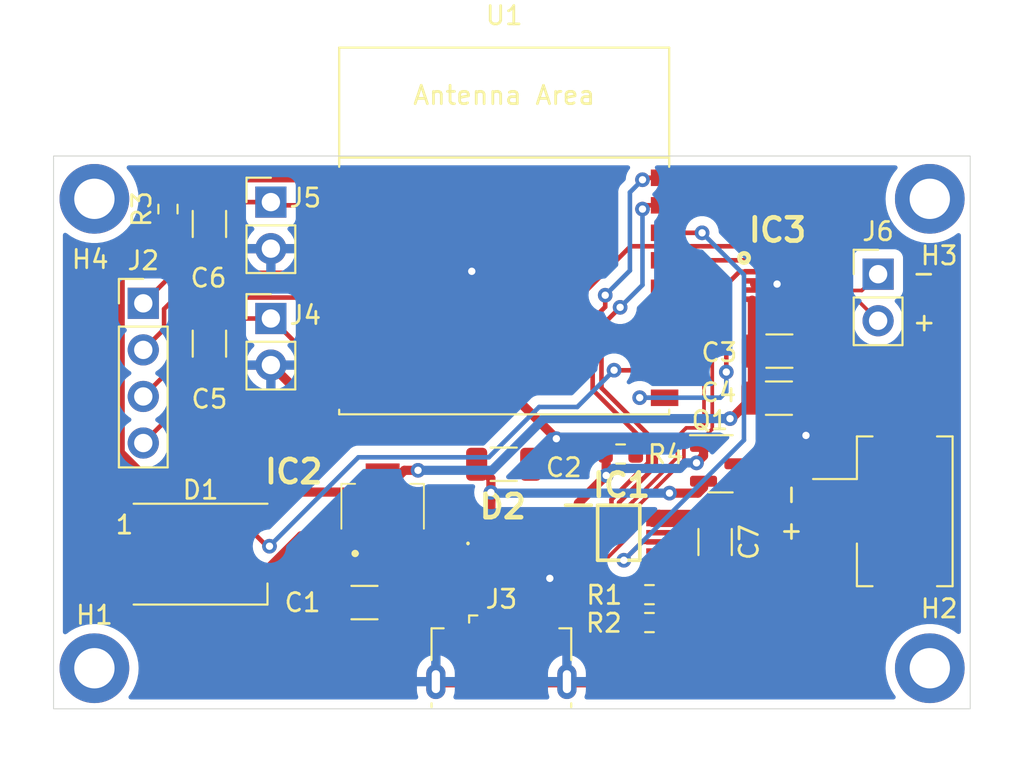
<source format=kicad_pcb>
(kicad_pcb (version 20211014) (generator pcbnew)
  (layers (0 "F.Cu" signal) (31 "B.Cu" signal) (34 "B.Paste" user) (35 "F.Paste" user) (36 "B.SilkS" user "B.Silkscreen") (37 "F.SilkS" user "F.Silkscreen") (38 "B.Mask" user) (39 "F.Mask" user) (44 "Edge.Cuts" user))
  (net 0 "")
  (net 1 "+3V3")
  (net 2 "GND")
  (net 3 "VCC")
  (net 4 "/comm/BOOT")
  (net 5 "/comm/EN")
  (net 6 "/power/VBAT")
  (net 7 "Net-(D1-Pad4)")
  (net 9 "VBUS")
  (net 10 "Net-(IC1-Pad8)")
  (net 11 "/comm/PG")
  (net 12 "Net-(IC1-Pad6)")
  (net 13 "/comm/STAT2")
  (net 14 "/comm/STAT1")
  (net 15 "/audio/BCLK")
  (net 16 "/audio/LRCLK")
  (net 19 "/audio/SPK-")
  (net 20 "/audio/SPK+")
  (net 23 "/audio/DATA")
  (net 24 "/comm/TMS")
  (net 25 "/comm/TDI")
  (net 26 "/comm/TCK")
  (net 27 "/comm/TDO")
  (net 28 "/comm/D-")
  (net 30 "/comm/D+")
  (footprint "MountingHole:MountingHole_2.2mm_M2_DIN965_Pad" (layer "F.Cu") (at 137.795 102.1842)
    (fp_text reference "H3" (at 0.508 3.0988) (layer "F.SilkS"))
    (fp_text value "MountingHole")
    (pad "1" thru_hole circle locked (at 0 0) (size 3.8 3.8) (drill 2.2) (layers *.Cu *.Mask))
  )
  (footprint "Connector_PinHeader_2.54mm:PinHeader_1x02_P2.54mm_Vertical" (layer "F.Cu") (at 101.854 108.712)
    (fp_text reference "J4" (at 1.8796 -0.1778) (layer "F.SilkS"))
    (fp_text value "Conn_01x02")
    (pad "1" thru_hole rect locked (at 0 0) (size 1.7 1.7) (drill 1) (layers *.Cu *.Mask) (net 4 "/comm/BOOT"))
    (pad "2" thru_hole oval locked (at 0 2.54) (size 1.7 1.7) (drill 1) (layers *.Cu *.Mask) (net 2 "GND"))
  )
  (footprint "Capacitor_SMD:C_1206_3216Metric" (layer "F.Cu") (at 106.9594 124.206)
    (fp_text reference "C1" (at -3.3782 0) (layer "F.SilkS"))
    (fp_text value "22uF")
    (pad "1" smd roundrect locked (at -1.475 0) (size 1.15 1.8) (layers "F.Cu" "F.Paste" "F.Mask") (roundrect_rratio 0.217391) (net 1 "+3V3"))
    (pad "2" smd roundrect locked (at 1.475 0) (size 1.15 1.8) (layers "F.Cu" "F.Paste" "F.Mask") (roundrect_rratio 0.217391) (net 2 "GND"))
  )
  (footprint "MountingHole:MountingHole_2.2mm_M2_DIN965_Pad" (layer "F.Cu") (at 92.2274 127.7874)
    (fp_text reference "H1" (at 0 -2.9) (layer "F.SilkS"))
    (fp_text value "MountingHole")
    (pad "1" thru_hole circle locked (at 0 0) (size 3.8 3.8) (drill 2.2) (layers *.Cu *.Mask))
  )
  (footprint "lib:SOP50P490X110-10N" (layer "F.Cu") (at 120.8278 120.396)
    (fp_text reference "IC1" (at 0.1524 -2.5908) (layer "F.SilkS") (effects (font (size 1.27 1.27) (thickness 0.254))))
    (fp_text value "MCP73833-AMI_UN" hide)
    (pad "1" smd rect (at -2.2 -1 90) (size 0.3 1.4) (layers "F.Cu" "F.Paste" "F.Mask") (net 9 "VBUS"))
    (pad "2" smd rect (at -2.2 -0.5 90) (size 0.3 1.4) (layers "F.Cu" "F.Paste" "F.Mask") (net 9 "VBUS"))
    (pad "3" smd rect (at -2.2 0 90) (size 0.3 1.4) (layers "F.Cu" "F.Paste" "F.Mask") (net 14 "/comm/STAT1"))
    (pad "4" smd rect (at -2.2 0.5 90) (size 0.3 1.4) (layers "F.Cu" "F.Paste" "F.Mask") (net 13 "/comm/STAT2"))
    (pad "5" smd rect (at -2.2 1 90) (size 0.3 1.4) (layers "F.Cu" "F.Paste" "F.Mask") (net 2 "GND"))
    (pad "6" smd rect (at 2.2 1 90) (size 0.3 1.4) (layers "F.Cu" "F.Paste" "F.Mask") (net 12 "Net-(IC1-Pad6)"))
    (pad "7" smd rect (at 2.2 0.5 90) (size 0.3 1.4) (layers "F.Cu" "F.Paste" "F.Mask") (net 11 "/comm/PG"))
    (pad "8" smd rect (at 2.2 0 90) (size 0.3 1.4) (layers "F.Cu" "F.Paste" "F.Mask") (net 10 "Net-(IC1-Pad8)"))
    (pad "9" smd rect (at 2.2 -0.5 90) (size 0.3 1.4) (layers "F.Cu" "F.Paste" "F.Mask") (net 6 "/power/VBAT"))
    (pad "10" smd rect (at 2.2 -1 90) (size 0.3 1.4) (layers "F.Cu" "F.Paste" "F.Mask") (net 6 "/power/VBAT"))
  )
  (footprint "lib:QFN50P300X300X80-17N" (layer "F.Cu") (at 129.54 106.9086)
    (fp_text reference "IC3" (at -0.0508 -3.0226) (layer "F.SilkS") (effects (font (size 1.27 1.27) (thickness 0.254))))
    (fp_text value "MAX98357AGTE_V+T" hide)
    (pad "1" smd rect (at -1.45 -0.75 90) (size 0.3 0.85) (layers "F.Cu" "F.Paste" "F.Mask") (net 23 "/audio/DATA"))
    (pad "2" smd rect (at -1.45 -0.25 90) (size 0.3 0.85) (layers "F.Cu" "F.Paste" "F.Mask") (net 2 "GND"))
    (pad "3" smd rect (at -1.45 0.25 90) (size 0.3 0.85) (layers "F.Cu" "F.Paste" "F.Mask") (net 2 "GND"))
    (pad "4" smd rect (at -1.45 0.75 90) (size 0.3 0.85) (layers "F.Cu" "F.Paste" "F.Mask") (net 1 "+3V3"))
    (pad "5" smd rect (at -0.75 1.45) (size 0.3 0.85) (layers "F.Cu" "F.Paste" "F.Mask"))
    (pad "6" smd rect (at -0.25 1.45) (size 0.3 0.85) (layers "F.Cu" "F.Paste" "F.Mask"))
    (pad "7" smd rect (at 0.25 1.45) (size 0.3 0.85) (layers "F.Cu" "F.Paste" "F.Mask") (net 1 "+3V3"))
    (pad "8" smd rect (at 0.75 1.45) (size 0.3 0.85) (layers "F.Cu" "F.Paste" "F.Mask") (net 1 "+3V3"))
    (pad "9" smd rect (at 1.45 0.75 90) (size 0.3 0.85) (layers "F.Cu" "F.Paste" "F.Mask") (net 20 "/audio/SPK+"))
    (pad "10" smd rect (at 1.45 0.25 90) (size 0.3 0.85) (layers "F.Cu" "F.Paste" "F.Mask") (net 19 "/audio/SPK-"))
    (pad "11" smd rect (at 1.45 -0.25 90) (size 0.3 0.85) (layers "F.Cu" "F.Paste" "F.Mask") (net 2 "GND"))
    (pad "12" smd rect (at 1.45 -0.75 90) (size 0.3 0.85) (layers "F.Cu" "F.Paste" "F.Mask"))
    (pad "13" smd rect (at 0.75 -1.45) (size 0.3 0.85) (layers "F.Cu" "F.Paste" "F.Mask"))
    (pad "14" smd rect (at 0.25 -1.45) (size 0.3 0.85) (layers "F.Cu" "F.Paste" "F.Mask") (net 16 "/audio/LRCLK"))
    (pad "15" smd rect (at -0.25 -1.45) (size 0.3 0.85) (layers "F.Cu" "F.Paste" "F.Mask") (net 2 "GND"))
    (pad "16" smd rect (at -0.75 -1.45) (size 0.3 0.85) (layers "F.Cu" "F.Paste" "F.Mask") (net 15 "/audio/BCLK"))
    (pad "17" smd rect (at 0 0) (size 1.25 1.25) (layers "F.Cu" "F.Paste" "F.Mask") (net 2 "GND"))
  )
  (footprint "Espressif:ESP32-C3-WROOM-02" (layer "F.Cu") (at 114.5794 105.1868)
    (fp_text reference "U1" (at 0 -13) (layer "F.SilkS"))
    (fp_text value "ESP32-C3-WROOM-02")
    (fp_text user "Antenna Area" (at 0 -8.65) (layer "F.SilkS"))
    (pad "1" smd rect locked (at -8.75 -4.15) (size 1.5 0.9) (layers "F.Cu" "F.Paste" "F.Mask") (net 1 "+3V3"))
    (pad "2" smd rect locked (at -8.75 -2.65) (size 1.5 0.9) (layers "F.Cu" "F.Paste" "F.Mask") (net 5 "/comm/EN"))
    (pad "3" smd rect locked (at -8.75 -1.15) (size 1.5 0.9) (layers "F.Cu" "F.Paste" "F.Mask") (net 24 "/comm/TMS"))
    (pad "4" smd rect locked (at -8.75 0.35) (size 1.5 0.9) (layers "F.Cu" "F.Paste" "F.Mask") (net 25 "/comm/TDI"))
    (pad "5" smd rect locked (at -8.75 1.85) (size 1.5 0.9) (layers "F.Cu" "F.Paste" "F.Mask") (net 26 "/comm/TCK"))
    (pad "6" smd rect locked (at -8.75 3.35) (size 1.5 0.9) (layers "F.Cu" "F.Paste" "F.Mask") (net 27 "/comm/TDO"))
    (pad "7" smd rect locked (at -8.75 4.85) (size 1.5 0.9) (layers "F.Cu" "F.Paste" "F.Mask") (net 16 "/audio/LRCLK"))
    (pad "8" smd rect locked (at -8.75 6.35) (size 1.5 0.9) (layers "F.Cu" "F.Paste" "F.Mask") (net 4 "/comm/BOOT"))
    (pad "9" smd rect locked (at -8.75 7.85) (size 1.5 0.9) (layers "F.Cu" "F.Paste" "F.Mask") (net 2 "GND"))
    (pad "10" smd rect locked (at 8.75 7.85 180) (size 1.5 0.9) (layers "F.Cu" "F.Paste" "F.Mask") (net 23 "/audio/DATA"))
    (pad "11" smd rect locked (at 8.75 6.35 180) (size 1.5 0.9) (layers "F.Cu" "F.Paste" "F.Mask") (net 7 "Net-(D1-Pad4)"))
    (pad "12" smd rect locked (at 8.75 4.85 180) (size 1.5 0.9) (layers "F.Cu" "F.Paste" "F.Mask"))
    (pad "13" smd rect locked (at 8.75 3.35 180) (size 1.5 0.9) (layers "F.Cu" "F.Paste" "F.Mask") (net 28 "/comm/D-"))
    (pad "14" smd rect locked (at 8.75 1.85 180) (size 1.5 0.9) (layers "F.Cu" "F.Paste" "F.Mask") (net 30 "/comm/D+"))
    (pad "15" smd rect locked (at 8.75 0.35 180) (size 1.5 0.9) (layers "F.Cu" "F.Paste" "F.Mask") (net 15 "/audio/BCLK"))
    (pad "16" smd rect locked (at 8.75 -1.15 180) (size 1.5 0.9) (layers "F.Cu" "F.Paste" "F.Mask") (net 11 "/comm/PG"))
    (pad "17" smd rect locked (at 8.75 -2.65 180) (size 1.5 0.9) (layers "F.Cu" "F.Paste" "F.Mask") (net 13 "/comm/STAT2"))
    (pad "18" smd rect locked (at 8.75 -4.15 180) (size 1.5 0.9) (layers "F.Cu" "F.Paste" "F.Mask") (net 14 "/comm/STAT1"))
    (pad "19" smd rect locked (at 2.06 3.15 180) (size 0.7 0.7) (layers "F.Cu" "F.Paste" "F.Mask") (net 2 "GND"))
    (pad "19" smd rect locked (at 0.91 2.05 180) (size 0.7 0.7) (layers "F.Cu" "F.Paste" "F.Mask") (net 2 "GND"))
    (pad "19" smd rect locked (at 0.91 0.95 180) (size 0.7 0.7) (layers "F.Cu" "F.Paste" "F.Mask") (net 2 "GND"))
    (pad "19" smd rect locked (at -0.14 2.05 180) (size 0.7 0.7) (layers "F.Cu" "F.Paste" "F.Mask") (net 2 "GND"))
    (pad "19" smd rect locked (at 2.06 2.05 180) (size 0.7 0.7) (layers "F.Cu" "F.Paste" "F.Mask") (net 2 "GND"))
    (pad "19" smd rect locked (at 2.06 0.95 180) (size 0.7 0.7) (layers "F.Cu" "F.Paste" "F.Mask") (net 2 "GND"))
    (pad "19" smd rect locked (at 0.91 3.15 180) (size 0.7 0.7) (layers "F.Cu" "F.Paste" "F.Mask") (net 2 "GND"))
    (pad "19" smd rect locked (at -0.14 0.95 180) (size 0.7 0.7) (layers "F.Cu" "F.Paste" "F.Mask") (net 2 "GND"))
    (pad "19" smd rect locked (at -0.14 3.15 180) (size 0.7 0.7) (layers "F.Cu" "F.Paste" "F.Mask") (net 2 "GND"))
  )
  (footprint "MountingHole:MountingHole_2.2mm_M2_DIN965_Pad" (layer "F.Cu") (at 92.2274 102.1842)
    (fp_text reference "H4" (at -0.2286 3.302) (layer "F.SilkS"))
    (fp_text value "MountingHole")
    (pad "1" thru_hole circle locked (at 0 0) (size 3.8 3.8) (drill 2.2) (layers *.Cu *.Mask))
  )
  (footprint "MountingHole:MountingHole_2.2mm_M2_DIN965_Pad" (layer "F.Cu") (at 137.795 127.7874)
    (fp_text reference "H2" (at 0.508 -3.2512) (layer "F.SilkS"))
    (fp_text value "MountingHole")
    (pad "1" thru_hole circle locked (at 0 0) (size 3.8 3.8) (drill 2.2) (layers *.Cu *.Mask))
  )
  (footprint "Resistor_SMD:R_0603_1608Metric" (layer "F.Cu") (at 122.5042 123.7742)
    (fp_text reference "R1" (at -2.4638 0.0254) (layer "F.SilkS"))
    (fp_text value "1K")
    (pad "1" smd roundrect locked (at -0.825 0) (size 0.8 0.95) (layers "F.Cu" "F.Paste" "F.Mask") (net 12 "Net-(IC1-Pad6)"))
    (pad "2" smd roundrect locked (at 0.825 0) (size 0.8 0.95) (layers "F.Cu" "F.Paste" "F.Mask") (net 2 "GND"))
  )
  (footprint "Capacitor_SMD:C_1206_3216Metric" (layer "F.Cu") (at 129.5654 113.0554)
    (fp_text reference "C4" (at -3.302 -0.3048) (layer "F.SilkS"))
    (fp_text value "100nF")
    (pad "1" smd roundrect locked (at -1.475 0) (size 1.15 1.8) (layers "F.Cu" "F.Paste" "F.Mask") (roundrect_rratio 0.217391) (net 1 "+3V3"))
    (pad "2" smd roundrect locked (at 1.475 0) (size 1.15 1.8) (layers "F.Cu" "F.Paste" "F.Mask") (roundrect_rratio 0.217391) (net 2 "GND"))
  )
  (footprint "Connector_PinHeader_2.54mm:PinHeader_1x04_P2.54mm_Vertical" (layer "F.Cu") (at 94.8944 107.8838)
    (fp_text reference "J2" (at 0 -2.33) (layer "F.SilkS"))
    (fp_text value "Conn_01x04")
    (pad "1" thru_hole rect locked (at 0 0) (size 1.7 1.7) (drill 1) (layers *.Cu *.Mask) (net 24 "/comm/TMS"))
    (pad "2" thru_hole oval locked (at 0 2.54) (size 1.7 1.7) (drill 1) (layers *.Cu *.Mask) (net 25 "/comm/TDI"))
    (pad "3" thru_hole oval locked (at 0 5.08) (size 1.7 1.7) (drill 1) (layers *.Cu *.Mask) (net 26 "/comm/TCK"))
    (pad "4" thru_hole oval locked (at 0 7.62) (size 1.7 1.7) (drill 1) (layers *.Cu *.Mask) (net 27 "/comm/TDO"))
  )
  (footprint "Package_TO_SOT_SMD:SOT-23" (layer "F.Cu") (at 126.3904 116.6368)
    (fp_text reference "Q1" (at -0.5842 -2.3622) (layer "F.SilkS"))
    (fp_text value "DMG2301L")
    (pad "1" smd roundrect locked (at -0.9375 -0.95) (size 1.475 0.6) (layers "F.Cu" "F.Paste" "F.Mask") (net 9 "VBUS"))
    (pad "2" smd roundrect locked (at -0.9375 0.95) (size 1.475 0.6) (layers "F.Cu" "F.Paste" "F.Mask") (net 3 "VCC"))
    (pad "3" smd roundrect locked (at 0.9375 0) (size 1.475 0.6) (layers "F.Cu" "F.Paste" "F.Mask") (net 6 "/power/VBAT"))
  )
  (footprint "Resistor_SMD:R_0603_1608Metric" (layer "F.Cu") (at 120.9294 116.1034)
    (fp_text reference "R4" (at 2.4638 0.0254) (layer "F.SilkS"))
    (fp_text value "10K")
    (pad "1" smd roundrect locked (at -0.825 0) (size 0.8 0.95) (layers "F.Cu" "F.Paste" "F.Mask") (net 9 "VBUS"))
    (pad "2" smd roundrect locked (at 0.825 0) (size 0.8 0.95) (layers "F.Cu" "F.Paste" "F.Mask") (net 2 "GND"))
  )
  (footprint "Capacitor_SMD:C_1206_3216Metric" (layer "F.Cu") (at 114.554 116.6622)
    (fp_text reference "C2" (at 3.2766 0.1778) (layer "F.SilkS"))
    (fp_text value "10uF")
    (pad "1" smd roundrect locked (at -1.475 0) (size 1.15 1.8) (layers "F.Cu" "F.Paste" "F.Mask") (roundrect_rratio 0.217391) (net 3 "VCC"))
    (pad "2" smd roundrect locked (at 1.475 0) (size 1.15 1.8) (layers "F.Cu" "F.Paste" "F.Mask") (roundrect_rratio 0.217391) (net 2 "GND"))
  )
  (footprint "Resistor_SMD:R_0603_1608Metric" (layer "F.Cu") (at 122.5042 125.2982)
    (fp_text reference "R2" (at -2.4892 0.0254) (layer "F.SilkS"))
    (fp_text value "10K")
    (pad "1" smd roundrect locked (at -0.825 0) (size 0.8 0.95) (layers "F.Cu" "F.Paste" "F.Mask") (net 10 "Net-(IC1-Pad8)"))
    (pad "2" smd roundrect locked (at 0.825 0) (size 0.8 0.95) (layers "F.Cu" "F.Paste" "F.Mask") (net 2 "GND"))
  )
  (footprint "Capacitor_SMD:C_1206_3216Metric" (layer "F.Cu") (at 98.5012 103.5558 -90)
    (fp_text reference "C6" (at 2.9464 0.0508) (layer "F.SilkS"))
    (fp_text value "1uF")
    (pad "1" smd roundrect locked (at -1.475 0 270) (size 1.15 1.8) (layers "F.Cu" "F.Paste" "F.Mask") (roundrect_rratio 0.217391) (net 5 "/comm/EN"))
    (pad "2" smd roundrect locked (at 1.475 0 270) (size 1.15 1.8) (layers "F.Cu" "F.Paste" "F.Mask") (roundrect_rratio 0.217391) (net 2 "GND"))
  )
  (footprint "Connector_JST:JST_PH_B2B-PH-SM4-TB_1x02-1MP_P2.00mm_Vertical" (layer "F.Cu") (at 134.6788 119.2276 -90)
    (fp_text reference "+ -" (at 0.1016 4.5038 90) (layer "F.SilkS"))
    (fp_text value "Conn_01x02_Male")
    (pad "1" smd roundrect locked (at -1 0.5 270) (size 1 5.5) (layers "F.Cu" "F.Paste" "F.Mask") (net 2 "GND"))
    (pad "2" smd roundrect locked (at 1 0.5 270) (size 1 5.5) (layers "F.Cu" "F.Paste" "F.Mask") (net 6 "/power/VBAT"))
    (pad "MP" smd roundrect locked (at 3.4 -1.75 270) (size 1.6 3) (layers "F.Cu" "F.Paste" "F.Mask") (roundrect_rratio 0.15625))
    (pad "MP" smd roundrect locked (at -3.4 -1.75 270) (size 1.6 3) (layers "F.Cu" "F.Paste" "F.Mask") (roundrect_rratio 0.15625))
  )
  (footprint "Connector_PinHeader_2.54mm:PinHeader_1x02_P2.54mm_Vertical" (layer "F.Cu") (at 134.9756 106.294)
    (fp_text reference "J6" (at 0 -2.33) (layer "F.SilkS"))
    (fp_text value "Conn_01x02")
    (pad "1" thru_hole rect locked (at 0 0) (size 1.7 1.7) (drill 1) (layers *.Cu *.Mask) (net 19 "/audio/SPK-"))
    (pad "2" thru_hole oval locked (at 0 2.54) (size 1.7 1.7) (drill 1) (layers *.Cu *.Mask) (net 20 "/audio/SPK+"))
  )
  (footprint "Resistor_SMD:R_0603_1608Metric" (layer "F.Cu") (at 96.2406 102.743 90)
    (fp_text reference "R3" (at 0 -1.43 90) (layer "F.SilkS"))
    (fp_text value "10k")
    (pad "1" smd roundrect locked (at -0.825 0 90) (size 0.8 0.95) (layers "F.Cu" "F.Paste" "F.Mask") (net 1 "+3V3"))
    (pad "2" smd roundrect locked (at 0.825 0 90) (size 0.8 0.95) (layers "F.Cu" "F.Paste" "F.Mask") (net 5 "/comm/EN"))
  )
  (footprint "LED_SMD:LED_WS2812B_PLCC4_5.0x5.0mm_P3.2mm" (layer "F.Cu") (at 98.0186 121.5644)
    (fp_text reference "D1" (at 0 -3.5) (layer "F.SilkS"))
    (fp_text value "WS2812B")
    (fp_text user "1" (at -4.15 -1.6) (layer "F.SilkS"))
    (pad "1" smd rect locked (at -2.45 -1.6) (size 1.5 1) (layers "F.Cu" "F.Paste" "F.Mask") (net 1 "+3V3"))
    (pad "2" smd rect locked (at -2.45 1.6) (size 1.5 1) (layers "F.Cu" "F.Paste" "F.Mask"))
    (pad "3" smd rect locked (at 2.45 1.6) (size 1.5 1) (layers "F.Cu" "F.Paste" "F.Mask") (net 2 "GND"))
    (pad "4" smd rect locked (at 2.45 -1.6) (size 1.5 1) (layers "F.Cu" "F.Paste" "F.Mask") (net 7 "Net-(D1-Pad4)"))
  )
  (footprint "Capacitor_SMD:C_1206_3216Metric" (layer "F.Cu") (at 129.5908 110.49)
    (fp_text reference "C3" (at -3.2766 0.0762) (layer "F.SilkS"))
    (fp_text value "10uF")
    (pad "1" smd roundrect locked (at -1.475 0) (size 1.15 1.8) (layers "F.Cu" "F.Paste" "F.Mask") (roundrect_rratio 0.217391) (net 1 "+3V3"))
    (pad "2" smd roundrect locked (at 1.475 0) (size 1.15 1.8) (layers "F.Cu" "F.Paste" "F.Mask") (roundrect_rratio 0.217391) (net 2 "GND"))
  )
  (footprint "lib:AZ1117CR33TRG1" (layer "F.Cu") (at 107.95 117.729)
    (fp_text reference "IC2" (at -4.8514 -0.6604) (layer "F.SilkS") (effects (font (size 1.27 1.27) (thickness 0.254))))
    (fp_text value "AZ1117CR-3.3TRG1" hide)
    (pad "1" smd rect (at -1.5 2.838) (size 0.55 1.3) (layers "F.Cu" "F.Paste" "F.Mask") (net 2 "GND"))
    (pad "2" smd rect (at 0 2.75) (size 0.8 1.475) (layers "F.Cu" "F.Paste" "F.Mask") (net 1 "+3V3"))
    (pad "3" smd rect (at 1.5 2.838) (size 0.55 1.3) (layers "F.Cu" "F.Paste" "F.Mask") (net 3 "VCC"))
    (pad "4" smd rect (at 0 0.45) (size 1.85 3.125) (layers "F.Cu" "F.Paste" "F.Mask") (net 1 "+3V3"))
  )
  (footprint "Connector_PinHeader_2.54mm:PinHeader_1x02_P2.54mm_Vertical" (layer "F.Cu") (at 101.854 102.362)
    (fp_text reference "J5" (at 1.8796 -0.2286) (layer "F.SilkS"))
    (fp_text value "Conn_01x02")
    (pad "1" thru_hole rect locked (at 0 0) (size 1.7 1.7) (drill 1) (layers *.Cu *.Mask) (net 5 "/comm/EN"))
    (pad "2" thru_hole oval locked (at 0 2.54) (size 1.7 1.7) (drill 1) (layers *.Cu *.Mask) (net 2 "GND"))
  )
  (footprint "Capacitor_SMD:C_1206_3216Metric" (layer "F.Cu") (at 98.5012 110.0836 -90)
    (fp_text reference "C5" (at 3.0226 0) (layer "F.SilkS"))
    (fp_text value "0.1uF")
    (pad "1" smd roundrect locked (at -1.475 0 270) (size 1.15 1.8) (layers "F.Cu" "F.Paste" "F.Mask") (roundrect_rratio 0.217391) (net 4 "/comm/BOOT"))
    (pad "2" smd roundrect locked (at 1.475 0 270) (size 1.15 1.8) (layers "F.Cu" "F.Paste" "F.Mask") (roundrect_rratio 0.217391) (net 2 "GND"))
  )
  (footprint "Connector_USB:USB_Micro-B_GCT_USB3076-30-A" (layer "F.Cu") (at 114.427 127.3192)
    (fp_text reference "J3" (at 0 -3.3) (layer "F.SilkS"))
    (fp_text value "USB_B_Micro")
    (pad "1" smd rect locked (at -1.3 -1.45) (size 0.4 1.4) (layers "F.Cu" "F.Paste" "F.Mask") (net 9 "VBUS"))
    (pad "2" smd rect locked (at -0.65 -1.45) (size 0.4 1.4) (layers "F.Cu" "F.Paste" "F.Mask") (net 28 "/comm/D-"))
    (pad "3" smd rect locked (at 0 -1.45) (size 0.4 1.4) (layers "F.Cu" "F.Paste" "F.Mask") (net 30 "/comm/D+"))
    (pad "4" smd rect locked (at 0.65 -1.45) (size 0.4 1.4) (layers "F.Cu" "F.Paste" "F.Mask"))
    (pad "5" smd rect locked (at 1.3 -1.45) (size 0.4 1.4) (layers "F.Cu" "F.Paste" "F.Mask") (net 2 "GND"))
    (pad "6" thru_hole oval locked (at -3.575 1.2 180) (size 1.05 1.9) (drill oval 0.45 1.25) (layers *.Cu *.Mask) (net 2 "GND"))
    (pad "6" smd rect locked (at 2.32 -1.03) (size 1.15 1.45) (layers "F.Cu" "F.Paste" "F.Mask") (net 2 "GND"))
    (pad "6" thru_hole oval locked (at 3.575 1.2) (size 1.05 1.9) (drill oval 0.45 1.25) (layers *.Cu *.Mask) (net 2 "GND"))
    (pad "6" smd rect locked (at 1.125 1.2) (size 1.75 1.9) (layers "F.Cu" "F.Paste" "F.Mask") (net 2 "GND"))
    (pad "6" smd rect locked (at -1.125 1.2) (size 1.75 1.9) (layers "F.Cu" "F.Paste" "F.Mask") (net 2 "GND"))
    (pad "6" smd rect locked (at -2.32 -1.03) (size 1.15 1.45) (layers "F.Cu" "F.Paste" "F.Mask") (net 2 "GND"))
  )
  (footprint "Capacitor_SMD:C_1206_3216Metric" (layer "F.Cu") (at 126.0856 120.904 -90)
    (fp_text reference "C7" (at 0 -1.85 90) (layer "F.SilkS"))
    (fp_text value "4.7uF")
    (pad "1" smd roundrect locked (at -1.475 0 270) (size 1.15 1.8) (layers "F.Cu" "F.Paste" "F.Mask") (roundrect_rratio 0.217391) (net 6 "/power/VBAT"))
    (pad "2" smd roundrect locked (at 1.475 0 270) (size 1.15 1.8) (layers "F.Cu" "F.Paste" "F.Mask") (roundrect_rratio 0.217391) (net 2 "GND"))
  )
  (footprint "lib:PD3S230H7" (layer "F.Cu") (at 114.6556 120.9802)
    (fp_text reference "D2" (at -0.1524 -2.0066) (layer "F.SilkS") (effects (font (size 1.27 1.27) (thickness 0.254))))
    (fp_text value "PD3S230H-7" hide)
    (pad "1" smd rect (at -0.8 0 90) (size 1.1 2) (layers "F.Cu" "F.Paste" "F.Mask") (net 3 "VCC"))
    (pad "2" smd rect (at 1.1 0 90) (size 0.8 0.8) (layers "F.Cu" "F.Paste" "F.Mask") (net 9 "VBUS"))
  )
  (gr_rect (start 90 99.8476) (end 140 130) (layer "Edge.Cuts") (width 0.05) (fill none))
  (gr_text "-" (at 137.4648 106.2228) (layer "F.SilkS") (effects (font (size 1 1))))
  (gr_text "+" (at 137.4902 108.8898) (layer "F.SilkS") (effects (font (size 1 1))))
  (segment (start 95.788381 118.179) (end 93.634889 116.025508) (width 0.5) (layer "F.Cu") (net 1))
  (segment (start 128.1158 113.03) (end 128.0904 113.0554) (width 0.5) (layer "F.Cu") (net 1))
  (segment (start 95.5686 118.398781) (end 95.5686 119.9644) (width 0.5) (layer "F.Cu") (net 1))
  (segment (start 93.634889 106.173711) (end 96.2406 103.568) (width 0.5) (layer "F.Cu") (net 1))
  (segment (start 95.788381 118.179) (end 95.5686 118.398781) (width 0.5) (layer "F.Cu") (net 1))
  (segment (start 129.849511 109.193111) (end 129.849511 108.3586) (width 0.5) (layer "F.Cu") (net 1))
  (segment (start 105.8294 101.0368) (end 95.784809 101.0368) (width 0.5) (layer "F.Cu") (net 1))
  (segment (start 109.1366 116.9924) (end 107.95 118.179) (width 0.5) (layer "F.Cu") (net 1))
  (segment (start 107.95 121.7404) (end 105.4844 124.206) (width 0.5) (layer "F.Cu") (net 1))
  (segment (start 95.35608 102.68348) (end 96.2406 103.568) (width 0.5) (layer "F.Cu") (net 1))
  (segment (start 128.1158 107.718111) (end 128.09 107.718111) (width 0.5) (layer "F.Cu") (net 1))
  (segment (start 128.1158 110.49) (end 128.1158 113.03) (width 0.5) (layer "F.Cu") (net 1))
  (segment (start 130.29 108.752622) (end 128.552622 110.49) (width 0.5) (layer "F.Cu") (net 1))
  (segment (start 128.0904 113.0554) (end 128.0904 113.0563) (width 0.5) (layer "F.Cu") (net 1))
  (segment (start 130.29 108.3586) (end 130.29 108.752622) (width 0.5) (layer "F.Cu") (net 1))
  (segment (start 109.8804 116.9924) (end 109.1366 116.9924) (width 0.5) (layer "F.Cu") (net 1))
  (segment (start 128.552622 110.49) (end 129.849511 109.193111) (width 0.5) (layer "F.Cu") (net 1))
  (segment (start 95.35608 101.465529) (end 95.35608 102.68348) (width 0.5) (layer "F.Cu") (net 1))
  (segment (start 93.634889 116.025508) (end 93.634889 106.173711) (width 0.5) (layer "F.Cu") (net 1))
  (segment (start 128.0904 113.0563) (end 126.9746 114.1721) (width 0.5) (layer "F.Cu") (net 1))
  (segment (start 128.1158 110.49) (end 128.1158 107.718111) (width 0.5) (layer "F.Cu") (net 1))
  (segment (start 107.95 120.479) (end 107.95 121.7404) (width 0.5) (layer "F.Cu") (net 1))
  (segment (start 130.29 108.3586) (end 129.849511 108.3586) (width 0.5) (layer "F.Cu") (net 1))
  (segment (start 126.9737 114.1721) (end 126.9492 114.1966) (width 0.5) (layer "F.Cu") (net 1))
  (segment (start 128.552622 110.49) (end 128.1158 110.49) (width 0.5) (layer "F.Cu") (net 1))
  (segment (start 95.784809 101.0368) (end 95.35608 101.465529) (width 0.5) (layer "F.Cu") (net 1))
  (segment (start 107.95 118.179) (end 95.788381 118.179) (width 0.5) (layer "F.Cu") (net 1))
  (via (at 126.8984 114.173) (size 0.8) (drill 0.4) (layers "F.Cu" "B.Cu") (net 1))
  (via (at 109.8804 116.9924) (size 0.8) (drill 0.4) (layers "F.Cu" "B.Cu") (net 1))
  (segment (start 113.917177 116.9924) (end 109.8804 116.9924) (width 0.5) (layer "B.Cu") (net 1))
  (segment (start 116.737477 114.1721) (end 113.917177 116.9924) (width 0.5) (layer "B.Cu") (net 1))
  (segment (start 126.9737 114.1721) (end 116.737477 114.1721) (width 0.5) (layer "B.Cu") (net 1))
  (segment (start 129.29 105.4586) (end 129.29 106.6586) (width 0.35) (layer "F.Cu") (net 2))
  (segment (start 123.3292 125.2982) (end 120.0464 128.581) (width 0.5) (layer "F.Cu") (net 2))
  (segment (start 112.107 126.351) (end 112.107 127.386) (width 0.5) (layer "F.Cu") (net 2))
  (segment (start 114.4394 108.3368) (end 115.4894 108.3368) (width 0.5) (layer "F.Cu") (net 2))
  (segment (start 117.0686 122.8852) (end 118.498289 121.455511) (width 0.5) (layer "F.Cu") (net 2))
  (segment (start 107.0628 125.5776) (end 102.8818 125.5776) (width 0.5) (layer "F.Cu") (net 2))
  (segment (start 115.727 125.931) (end 116.327 125.931) (width 0.5) (layer "F.Cu") (net 2))
  (segment (start 118.002 128.581) (end 115.552 128.581) (width 0.5) (layer "F.Cu") (net 2))
  (segment (start 101.8794 111.252) (end 98.8078 111.252) (width 0.5) (layer "F.Cu") (net 2))
  (segment (start 121.7544 116.1034) (end 120.86988 115.21888) (width 0.5) (layer "F.Cu") (net 2))
  (segment (start 126.0856 122.379) (end 124.7244 122.379) (width 0.5) (layer "F.Cu") (net 2))
  (segment (start 129.6376 106.6586) (end 130.99 106.6586) (width 0.35) (layer "F.Cu") (net 2))
  (segment (start 117.47232 115.21888) (end 117.4251 115.2661) (width 0.5) (layer "F.Cu") (net 2))
  (segment (start 128.3208 106.9086) (end 129.54 106.9086) (width 0.5) (layer "F.Cu") (net 2))
  (segment (start 116.327 125.931) (end 116.747 126.351) (width 0.5) (layer "F.Cu") (net 2))
  (segment (start 116.6394 107.2368) (end 116.6394 108.3368) (width 0.5) (layer "F.Cu") (net 2))
  (segment (start 134.1788 118.2276) (end 131.0404 115.0892) (width 0.5) (layer "F.Cu") (net 2))
  (segment (start 116.747 127.386) (end 115.552 128.581) (width 0.5) (layer "F.Cu") (net 2))
  (segment (start 123.3292 123.7742) (end 123.3292 125.2982) (width 0.5) (layer "F.Cu") (net 2))
  (segment (start 116.6394 106.1368) (end 116.6394 107.2368) (width 0.5) (layer "F.Cu") (net 2))
  (segment (start 105.8294 113.0368) (end 103.6642 113.0368) (width 0.5) (layer "F.Cu") (net 2))
  (segment (start 129.29 106.6586) (end 129.4638 106.8324) (width 0.35) (layer "F.Cu") (net 2))
  (segment (start 98.8078 111.252) (end 98.5012 111.5586) (width 0.5) (layer "F.Cu") (net 2))
  (segment (start 100.9004 123.1644) (end 103.4978 120.567) (width 0.5) (layer "F.Cu") (net 2))
  (segment (start 100.4686 123.1644) (end 100.9004 123.1644) (width 0.5) (layer "F.Cu") (net 2))
  (segment (start 102.8818 125.5776) (end 100.4686 123.1644) (width 0.5) (layer "F.Cu") (net 2))
  (segment (start 120.0464 128.581) (end 118.002 128.581) (width 0.5) (layer "F.Cu") (net 2))
  (segment (start 117.4251 115.2661) (end 116.029 116.6622) (width 0.5) (layer "F.Cu") (net 2))
  (segment (start 131.0658 113.03) (end 131.0404 113.0554) (width 0.5) (layer "F.Cu") (net 2))
  (segment (start 114.4394 106.1368) (end 115.4894 106.1368) (width 0.5) (layer "F.Cu") (net 2))
  (segment (start 124.7244 122.379) (end 123.3292 123.7742) (width 0.5) (layer "F.Cu") (net 2))
  (segment (start 128.2446 106.8324) (end 128.3208 106.9086) (width 0.5) (layer "F.Cu") (net 2))
  (segment (start 103.6642 113.0368) (end 101.8794 111.252) (width 0.5) (layer "F.Cu") (net 2))
  (segment (start 109.962 124.206) (end 112.107 126.351) (width 0.5) (layer "F.Cu") (net 2))
  (segment (start 116.747 126.351) (end 116.747 127.386) (width 0.5) (layer "F.Cu") (net 2))
  (segment (start 131.0404 115.0892) (end 131.0404 113.0554) (width 0.5) (layer "F.Cu") (net 2))
  (segment (start 120.86988 115.21888) (end 117.47232 115.21888) (width 0.5) (layer "F.Cu") (net 2))
  (segment (start 115.4894 107.2368) (end 114.4394 107.2368) (width 0.5) (layer "F.Cu") (net 2))
  (segment (start 117.4251 115.2661) (end 115.1958 113.0368) (width 0.5) (layer "F.Cu") (net 2))
  (segment (start 101.854 104.902) (end 98.63 104.902) (width 0.5) (layer "F.Cu") (net 2))
  (segment (start 129.4638 106.8324) (end 129.6376 106.6586) (width 0.35) (layer "F.Cu") (net 2))
  (segment (start 115.4894 106.1368) (end 116.6394 106.1368) (width 0.5) (layer "F.Cu") (net 2))
  (segment (start 115.1958 113.0368) (end 105.8294 113.0368) (width 0.5) (layer "F.Cu") (net 2))
  (segment (start 118.498289 121.455511) (end 118.6278 121.455511) (width 0.5) (layer "F.Cu") (net 2))
  (segment (start 112.107 127.386) (end 113.302 128.581) (width 0.5) (layer "F.Cu") (net 2))
  (segment (start 110.852 128.581) (end 113.302 128.581) (width 0.5) (layer "F.Cu") (net 2))
  (segment (start 114.4394 107.2368) (end 114.4394 108.3368) (width 0.5) (layer "F.Cu") (net 2))
  (segment (start 131.0658 110.49) (end 131.0658 113.03) (width 0.5) (layer "F.Cu") (net 2))
  (segment (start 108.4344 124.206) (end 107.0628 125.5776) (width 0.5) (layer "F.Cu") (net 2))
  (segment (start 114.4394 106.1368) (end 112.8112 106.1368) (width 0.5) (layer "F.Cu") (net 2))
  (segment (start 129.4638 106.8324) (end 128.2446 106.8324) (width 0.5) (layer "F.Cu") (net 2))
  (segment (start 116.6394 108.3368) (end 115.4894 108.3368) (width 0.5) (layer "F.Cu") (net 2))
  (segment (start 106.45 120.567) (end 103.4978 120.567) (width 0.5) (layer "F.Cu") (net 2))
  (segment (start 108.4344 124.206) (end 109.962 124.206) (width 0.5) (layer "F.Cu") (net 2))
  (segment (start 98.63 104.902) (end 98.5012 105.0308) (width 0.5) (layer "F.Cu") (net 2))
  (via (at 129.4638 106.8324) (size 0.8) (drill 0.4) (layers "F.Cu" "B.Cu") (net 2))
  (via (at 117.0686 122.8852) (size 0.8) (drill 0.4) (layers "F.Cu" "B.Cu") (net 2))
  (via (at 117.4251 115.2661) (size 0.8) (drill 0.4) (layers "F.Cu" "B.Cu") (net 2))
  (via (at 112.8112 106.1368) (size 0.8) (drill 0.4) (layers "F.Cu" "B.Cu") (net 2))
  (via (at 131.0404 115.0892) (size 0.8) (drill 0.4) (layers "F.Cu" "B.Cu") (net 2))
  (segment (start 113.8556 117.4388) (end 113.079 116.6622) (width 0.5) (layer "F.Cu") (net 3))
  (segment (start 113.8556 120.9802) (end 113.8556 118.1988) (width 0.5) (layer "F.Cu") (net 3))
  (segment (start 113.8556 120.9802) (end 109.8632 120.9802) (width 0.5) (layer "F.Cu") (net 3))
  (segment (start 125.4529 117.5868) (end 125.4529 117.9299) (width 0.5) (layer "F.Cu") (net 3))
  (segment (start 125.1458 118.237) (end 123.5964 118.237) (width 0.5) (layer "F.Cu") (net 3))
  (segment (start 125.4529 117.9299) (end 125.1458 118.237) (width 0.5) (layer "F.Cu") (net 3))
  (segment (start 113.8556 118.1988) (end 113.8556 117.4388) (width 0.5) (layer "F.Cu") (net 3))
  (segment (start 109.8632 120.9802) (end 109.45 120.567) (width 0.5) (layer "F.Cu") (net 3))
  (via (at 113.8556 118.1988) (size 0.8) (drill 0.4) (layers "F.Cu" "B.Cu") (net 3))
  (via (at 123.5964 118.237) (size 0.8) (drill 0.4) (layers "F.Cu" "B.Cu") (net 3))
  (segment (start 123.5964 118.237) (end 113.919 118.237) (width 0.5) (layer "B.Cu") (net 3))
  (segment (start 101.8794 108.712) (end 104.7042 111.5368) (width 0.25) (layer "F.Cu") (net 4))
  (segment (start 104.7042 111.5368) (end 105.8294 111.5368) (width 0.25) (layer "F.Cu") (net 4))
  (segment (start 98.6046 108.712) (end 101.8794 108.712) (width 0.25) (layer "F.Cu") (net 4))
  (segment (start 98.5012 108.6086) (end 98.6046 108.712) (width 0.25) (layer "F.Cu") (net 4))
  (segment (start 98.3384 101.918) (end 98.5012 102.0808) (width 0.25) (layer "F.Cu") (net 5))
  (segment (start 98.7824 102.362) (end 101.854 102.362) (width 0.25) (layer "F.Cu") (net 5))
  (segment (start 105.8294 102.5368) (end 102.0288 102.5368) (width 0.25) (layer "F.Cu") (net 5))
  (segment (start 102.0288 102.5368) (end 101.854 102.362) (width 0.25) (layer "F.Cu") (net 5))
  (segment (start 98.5012 102.0808) (end 98.7824 102.362) (width 0.25) (layer "F.Cu") (net 5))
  (segment (start 96.2406 101.918) (end 98.3384 101.918) (width 0.25) (layer "F.Cu") (net 5))
  (segment (start 127.3279 116.6368) (end 127.3279 118.1867) (width 0.5) (layer "F.Cu") (net 6))
  (segment (start 126.8842 120.2276) (end 126.0856 119.429) (width 0.5) (layer "F.Cu") (net 6))
  (segment (start 122.577809 119.458791) (end 122.577809 119.7356) (width 0.5) (layer "F.Cu") (net 6))
  (segment (start 122.678698 119.836489) (end 123.0278 119.836489) (width 0.5) (layer "F.Cu") (net 6))
  (segment (start 134.1788 120.2276) (end 126.8842 120.2276) (width 0.5) (layer "F.Cu") (net 6))
  (segment (start 123.0278 119.396) (end 122.6406 119.396) (width 0.5) (layer "F.Cu") (net 6))
  (segment (start 123.0278 119.396) (end 126.0526 119.396) (width 0.5) (layer "F.Cu") (net 6))
  (segment (start 126.0856 119.429) (end 125.678111 119.836489) (width 0.5) (layer "F.Cu") (net 6))
  (segment (start 126.0526 119.396) (end 126.0856 119.429) (width 0.5) (layer "F.Cu") (net 6))
  (segment (start 127.3279 118.1867) (end 126.0856 119.429) (width 0.5) (layer "F.Cu") (net 6))
  (segment (start 122.577809 119.7356) (end 122.678698 119.836489) (width 0.5) (layer "F.Cu") (net 6))
  (segment (start 122.6406 119.396) (end 122.577809 119.458791) (width 0.5) (layer "F.Cu") (net 6))
  (segment (start 125.678111 119.836489) (end 123.0278 119.836489) (width 0.5) (layer "F.Cu") (net 6))
  (segment (start 123.0278 119.396) (end 123.0278 119.836489) (width 0.5) (layer "F.Cu") (net 6))
  (segment (start 101.7778 121.1326) (end 101.6368 121.1326) (width 0.25) (layer "F.Cu") (net 7))
  (segment (start 120.5792 111.5368) (end 120.5738 111.5314) (width 0.25) (layer "F.Cu") (net 7))
  (segment (start 123.3294 111.5368) (end 120.5792 111.5368) (width 0.25) (layer "F.Cu") (net 7))
  (segment (start 101.6368 121.1326) (end 100.4686 119.9644) (width 0.25) (layer "F.Cu") (net 7))
  (via (at 120.5738 111.5314) (size 0.8) (drill 0.4) (layers "F.Cu" "B.Cu") (net 7))
  (via (at 101.7778 121.1326) (size 0.8) (drill 0.4) (layers "F.Cu" "B.Cu") (net 7))
  (segment (start 116.4844 113.538) (end 113.7412 116.2812) (width 0.25) (layer "B.Cu") (net 7))
  (segment (start 113.7412 116.2812) (end 106.6292 116.2812) (width 0.25) (layer "B.Cu") (net 7))
  (segment (start 118.5672 113.538) (end 120.5738 111.5314) (width 0.25) (layer "B.Cu") (net 7))
  (segment (start 106.6292 116.2812) (end 101.7778 121.1326) (width 0.25) (layer "B.Cu") (net 7))
  (segment (start 116.4844 113.538) (end 118.5672 113.538) (width 0.25) (layer "B.Cu") (net 7))
  (segment (start 119.1166 119.396) (end 119.1166 119.4072) (width 0.5) (layer "F.Cu") (net 9))
  (segment (start 118.6278 119.396) (end 118.6278 118.786) (width 0.5) (layer "F.Cu") (net 9))
  (segment (start 113.127 123.982) (end 115.7224 121.3866) (width 0.5) (layer "F.Cu") (net 9))
  (segment (start 118.6278 118.786) (end 120.142 117.2718) (width 0.5) (layer "F.Cu") (net 9))
  (segment (start 120.142 117.2718) (end 120.142 116.141) (width 0.5) (layer "F.Cu") (net 9))
  (segment (start 120.142 116.141) (end 120.1044 116.1034) (width 0.5) (layer "F.Cu") (net 9))
  (segment (start 119.1166 119.4072) (end 118.687311 119.836489) (width 0.5) (layer "F.Cu") (net 9))
  (segment (start 118.6278 119.396) (end 117.3398 119.396) (width 0.5) (layer "F.Cu") (net 9))
  (segment (start 118.687311 119.836489) (end 116.899311 119.836489) (width 0.5) (layer "F.Cu") (net 9))
  (segment (start 125.4529 116.2027) (end 125.0696 116.586) (width 0.5) (layer "F.Cu") (net 9))
  (segment (start 113.127 125.931) (end 113.127 123.982) (width 0.5) (layer "F.Cu") (net 9))
  (segment (start 125.4529 115.6868) (end 125.4529 116.2027) (width 0.5) (layer "F.Cu") (net 9))
  (segment (start 117.3398 119.396) (end 115.7556 120.9802) (width 0.5) (layer "F.Cu") (net 9))
  (segment (start 118.6278 119.396) (end 119.1166 119.396) (width 0.5) (layer "F.Cu") (net 9))
  (segment (start 116.899311 119.836489) (end 115.7556 120.9802) (width 0.5) (layer "F.Cu") (net 9))
  (via (at 120.142 117.2718) (size 0.8) (drill 0.4) (layers "F.Cu" "B.Cu") (net 9))
  (via (at 125.0696 116.586) (size 0.8) (drill 0.4) (layers "F.Cu" "B.Cu") (net 9))
  (segment (start 124.1552 116.8908) (end 120.523 116.8908) (width 0.5) (layer "B.Cu") (net 9))
  (segment (start 125.0696 116.586) (end 124.46 116.586) (width 0.5) (layer "B.Cu") (net 9))
  (segment (start 120.523 116.8908) (end 120.142 117.2718) (width 0.5) (layer "B.Cu") (net 9))
  (segment (start 124.46 116.586) (end 124.1552 116.8908) (width 0.5) (layer "B.Cu") (net 9))
  (segment (start 124.012311 120.608711) (end 123.7996 120.396) (width 0.25) (layer "F.Cu") (net 10))
  (segment (start 124.012311 121.830511) (end 124.012311 120.608711) (width 0.25) (layer "F.Cu") (net 10))
  (segment (start 121.6792 125.2982) (end 122.64468 124.33272) (width 0.25) (layer "F.Cu") (net 10))
  (segment (start 123.7996 120.396) (end 123.0278 120.396) (width 0.25) (layer "F.Cu") (net 10))
  (segment (start 122.64468 123.198142) (end 124.012311 121.830511) (width 0.25) (layer "F.Cu") (net 10))
  (segment (start 122.64468 124.33272) (end 122.64468 123.198142) (width 0.25) (layer "F.Cu") (net 10))
  (segment (start 123.0278 120.896) (end 122.108778 120.896) (width 0.25) (layer "F.Cu") (net 11))
  (segment (start 123.331 104.0384) (end 123.3294 104.0368) (width 0.25) (layer "F.Cu") (net 11))
  (segment (start 121.2088 121.795978) (end 121.1072 121.897578) (width 0.25) (layer "F.Cu") (net 11))
  (segment (start 125.3744 104.0384) (end 123.331 104.0384) (width 0.25) (layer "F.Cu") (net 11))
  (segment (start 122.108778 120.896) (end 121.2088 121.795978) (width 0.25) (layer "F.Cu") (net 11))
  (via (at 121.1072 121.897578) (size 0.8) (drill 0.4) (layers "F.Cu" "B.Cu") (net 11))
  (via (at 125.3744 104.0384) (size 0.8) (drill 0.4) (layers "F.Cu" "B.Cu") (net 11))
  (segment (start 127.658211 115.346567) (end 127.658211 106.322211) (width 0.25) (layer "B.Cu") (net 11))
  (segment (start 127.658211 106.322211) (end 125.3744 104.0384) (width 0.25) (layer "B.Cu") (net 11))
  (segment (start 121.1072 121.897578) (end 127.658211 115.346567) (width 0.25) (layer "B.Cu") (net 11))
  (segment (start 121.6792 123.507) (end 123.0376 122.1486) (width 0.25) (layer "F.Cu") (net 12))
  (segment (start 123.0278 122.1388) (end 123.0278 121.396) (width 0.25) (layer "F.Cu") (net 12))
  (segment (start 123.0376 122.1486) (end 123.0278 122.1388) (width 0.25) (layer "F.Cu") (net 12))
  (segment (start 121.6792 123.7742) (end 121.6792 123.507) (width 0.25) (layer "F.Cu") (net 12))
  (segment (start 119.656948 120.896) (end 120.847974 119.704974) (width 0.25) (layer "F.Cu") (net 13))
  (segment (start 119.886962 109.119438) (end 120.904 108.1024) (width 0.25) (layer "F.Cu") (net 13))
  (segment (start 120.847974 118.749188) (end 122.848439 116.748723) (width 0.25) (layer "F.Cu") (net 13))
  (segment (start 122.3294 102.5368) (end 122.1232 102.743) (width 0.25) (layer "F.Cu") (net 13))
  (segment (start 122.848439 115.458077) (end 119.886962 112.4966) (width 0.25) (layer "F.Cu") (net 13))
  (segment (start 119.886962 112.4966) (end 119.886962 109.119438) (width 0.25) (layer "F.Cu") (net 13))
  (segment (start 122.848439 116.748723) (end 122.848439 115.458077) (width 0.25) (layer "F.Cu") (net 13))
  (segment (start 118.6278 120.896) (end 119.656948 120.896) (width 0.25) (layer "F.Cu") (net 13))
  (segment (start 123.3294 102.5368) (end 122.3294 102.5368) (width 0.25) (layer "F.Cu") (net 13))
  (segment (start 120.847974 119.704974) (end 120.847974 118.749188) (width 0.25) (layer "F.Cu") (net 13))
  (via (at 120.904 108.1024) (size 0.8) (drill 0.4) (layers "F.Cu" "B.Cu") (net 13))
  (via (at 122.1232 102.743) (size 0.8) (drill 0.4) (layers "F.Cu" "B.Cu") (net 13))
  (segment (start 122.1232 106.8832) (end 122.1232 102.743) (width 0.25) (layer "B.Cu") (net 13))
  (segment (start 120.904 108.1024) (end 122.1232 106.8832) (width 0.25) (layer "B.Cu") (net 13))
  (segment (start 122.43892 116.579094) (end 120.4314 118.586614) (width 0.25) (layer "F.Cu") (net 14))
  (segment (start 120.4314 118.586614) (end 120.4314 119.5424) (width 0.25) (layer "F.Cu") (net 14))
  (segment (start 120.0912 107.442) (end 120.0912 108.077) (width 0.25) (layer "F.Cu") (net 14))
  (segment (start 120.0912 108.077) (end 119.4054 108.7628) (width 0.25) (layer "F.Cu") (net 14))
  (segment (start 122.43892 115.627706) (end 122.43892 116.579094) (width 0.25) (layer "F.Cu") (net 14))
  (segment (start 123.3294 101.0368) (end 122.2292 101.0368) (width 0.25) (layer "F.Cu") (net 14))
  (segment (start 122.2292 101.0368) (end 122.1232 101.1428) (width 0.25) (layer "F.Cu") (net 14))
  (segment (start 119.4054 112.594186) (end 122.43892 115.627706) (width 0.25) (layer "F.Cu") (net 14))
  (segment (start 119.5778 120.396) (end 118.6278 120.396) (width 0.25) (layer "F.Cu") (net 14))
  (segment (start 119.4054 108.7628) (end 119.4054 112.594186) (width 0.25) (layer "F.Cu") (net 14))
  (segment (start 120.4314 119.5424) (end 119.5778 120.396) (width 0.25) (layer "F.Cu") (net 14))
  (via (at 120.0912 107.442) (size 0.8) (drill 0.4) (layers "F.Cu" "B.Cu") (net 14))
  (via (at 122.1232 101.1428) (size 0.8) (drill 0.4) (layers "F.Cu" "B.Cu") (net 14))
  (segment (start 121.4374 106.0958) (end 121.4374 101.8286) (width 0.25) (layer "B.Cu") (net 14))
  (segment (start 120.0912 107.442) (end 121.4374 106.0958) (width 0.25) (layer "B.Cu") (net 14))
  (segment (start 121.4374 101.8286) (end 122.1232 101.1428) (width 0.25) (layer "B.Cu") (net 14))
  (segment (start 123.3294 105.5368) (end 128.7118 105.5368) (width 0.25) (layer "F.Cu") (net 15))
  (segment (start 128.7118 105.5368) (end 128.79 105.4586) (width 0.25) (layer "F.Cu") (net 15))
  (segment (start 121.473911 104.771311) (end 128.527689 104.771311) (width 0.25) (layer "F.Cu") (net 16))
  (segment (start 116.208422 110.0368) (end 121.473911 104.771311) (width 0.25) (layer "F.Cu") (net 16))
  (segment (start 105.8294 110.0368) (end 116.208422 110.0368) (width 0.25) (layer "F.Cu") (net 16))
  (segment (start 129.755489 104.749089) (end 129.79 104.7836) (width 0.25) (layer "F.Cu") (net 16))
  (segment (start 129.79 104.7836) (end 129.79 105.4586) (width 0.25) (layer "F.Cu") (net 16))
  (segment (start 128.527689 104.771311) (end 128.549911 104.749089) (width 0.25) (layer "F.Cu") (net 16))
  (segment (start 128.549911 104.749089) (end 129.755489 104.749089) (width 0.25) (layer "F.Cu") (net 16))
  (segment (start 131.652501 107.1836) (end 134.086 107.1836) (width 0.2) (layer "F.Cu") (net 19))
  (segment (start 134.086 107.1836) (end 134.9756 106.294) (width 0.2) (layer "F.Cu") (net 19))
  (segment (start 130.99 107.1586) (end 131.627501 107.1586) (width 0.2) (layer "F.Cu") (net 19))
  (segment (start 131.627501 107.1586) (end 131.652501 107.1836) (width 0.2) (layer "F.Cu") (net 19))
  (segment (start 133.8002 107.6586) (end 134.9756 108.834) (width 0.2) (layer "F.Cu") (net 20))
  (segment (start 130.99 107.6586) (end 133.8002 107.6586) (width 0.2) (layer "F.Cu") (net 20))
  (segment (start 121.9708 113.03) (end 123.3226 113.03) (width 0.25) (layer "F.Cu") (net 23))
  (segment (start 127.415 106.1586) (end 126.6952 106.8784) (width 0.25) (layer "F.Cu") (net 23))
  (segment (start 128.09 106.1586) (end 127.415 106.1586) (width 0.25) (layer "F.Cu") (net 23))
  (segment (start 126.6952 106.8784) (end 126.6952 111.633) (width 0.25) (layer "F.Cu") (net 23))
  (via (at 126.6952 111.633) (size 0.8) (drill 0.4) (layers "F.Cu" "B.Cu") (net 23))
  (via (at 121.9708 113.03) (size 0.8) (drill 0.4) (layers "F.Cu" "B.Cu") (net 23))
  (segment (start 126.365 113.03) (end 126.6952 112.6998) (width 0.25) (layer "B.Cu") (net 23))
  (segment (start 126.6952 112.6998) (end 126.6952 111.633) (width 0.25) (layer "B.Cu") (net 23))
  (segment (start 121.9708 113.03) (end 126.365 113.03) (width 0.25) (layer "B.Cu") (net 23))
  (segment (start 105.5294 104.0368) (end 103.34844 106.21776) (width 0.25) (layer "F.Cu") (net 24))
  (segment (start 96.56044 106.21776) (end 94.8944 107.8838) (width 0.25) (layer "F.Cu") (net 24))
  (segment (start 103.34844 106.21776) (end 96.56044 106.21776) (width 0.25) (layer "F.Cu") (net 24))
  (segment (start 105.8294 104.0368) (end 105.5294 104.0368) (width 0.25) (layer "F.Cu") (net 24))
  (segment (start 105.8294 105.5368) (end 105.5294 105.5368) (width 0.25) (layer "F.Cu") (net 25))
  (segment (start 96.028911 108.191668) (end 96.028911 109.289289) (width 0.25) (layer "F.Cu") (net 25))
  (segment (start 104.43892 106.62728) (end 97.593299 106.62728) (width 0.25) (layer "F.Cu") (net 25))
  (segment (start 96.028911 109.289289) (end 94.8944 110.4238) (width 0.25) (layer "F.Cu") (net 25))
  (segment (start 105.5294 105.5368) (end 104.43892 106.62728) (width 0.25) (layer "F.Cu") (net 25))
  (segment (start 97.593299 106.62728) (end 96.028911 108.191668) (width 0.25) (layer "F.Cu") (net 25))
  (segment (start 96.567681 111.290519) (end 96.567681 108.232046) (width 0.25) (layer "F.Cu") (net 26))
  (segment (start 97.762927 107.0368) (end 105.8294 107.0368) (width 0.25) (layer "F.Cu") (net 26))
  (segment (start 94.8944 112.9638) (end 96.567681 111.290519) (width 0.25) (layer "F.Cu") (net 26))
  (segment (start 96.567681 108.232046) (end 97.762927 107.0368) (width 0.25) (layer "F.Cu") (net 26))
  (segment (start 96.9772 108.401675) (end 96.9772 113.421) (width 0.25) (layer "F.Cu") (net 27))
  (segment (start 105.5294 108.5368) (end 104.5616 107.569) (width 0.25) (layer "F.Cu") (net 27))
  (segment (start 105.8294 108.5368) (end 105.5294 108.5368) (width 0.25) (layer "F.Cu") (net 27))
  (segment (start 97.809875 107.569) (end 96.9772 108.401675) (width 0.25) (layer "F.Cu") (net 27))
  (segment (start 96.9772 113.421) (end 94.8944 115.5038) (width 0.25) (layer "F.Cu") (net 27))
  (segment (start 104.5616 107.569) (end 97.809875 107.569) (width 0.25) (layer "F.Cu") (net 27))
  (segment (start 124.6608 108.0118) (end 124.1544 108.0118) (width 0.2) (layer "F.Cu") (net 28))
  (segment (start 123.6294 108.5368) (end 123.3294 108.5368) (width 0.2) (layer "F.Cu") (net 28))
  (segment (start 116.930902 124.521498) (end 121.2342 120.2182) (width 0.2) (layer "F.Cu") (net 28))
  (segment (start 121.2342 120.2182) (end 121.232494 120.216494) (width 0.2) (layer "F.Cu") (net 28))
  (segment (start 113.777 125.931) (end 113.967489 125.740511) (width 0.2) (layer "F.Cu") (net 28))
  (segment (start 121.618298 118.690664) (end 124.02428 116.284682) (width 0.2) (layer "F.Cu") (net 28))
  (segment (start 113.967489 124.985106) (end 114.431097 124.521498) (width 0.2) (layer "F.Cu") (net 28))
  (segment (start 113.967489 125.740511) (end 113.967489 124.985106) (width 0.2) (layer "F.Cu") (net 28))
  (segment (start 125.4796 108.8306) (end 124.6608 108.0118) (width 0.2) (layer "F.Cu") (net 28))
  (segment (start 124.1544 108.0118) (end 123.6294 108.5368) (width 0.2) (layer "F.Cu") (net 28))
  (segment (start 114.431097 124.521498) (end 116.930902 124.521498) (width 0.2) (layer "F.Cu") (net 28))
  (segment (start 125.4796 114.441378) (end 125.4796 108.8306) (width 0.2) (layer "F.Cu") (net 28))
  (segment (start 121.593336 118.690664) (end 121.618298 118.690664) (width 0.2) (layer "F.Cu") (net 28))
  (segment (start 124.02428 116.284682) (end 124.02428 115.162388) (width 0.2) (layer "F.Cu") (net 28))
  (segment (start 125.243689 114.677289) (end 125.4796 114.441378) (width 0.2) (layer "F.Cu") (net 28))
  (segment (start 124.02428 115.162388) (end 124.509379 114.677289) (width 0.2) (layer "F.Cu") (net 28))
  (segment (start 124.509379 114.677289) (end 125.243689 114.677289) (width 0.2) (layer "F.Cu") (net 28))
  (segment (start 121.232494 120.216494) (end 121.232494 119.051506) (width 0.2) (layer "F.Cu") (net 28))
  (segment (start 121.232494 119.051506) (end 121.593336 118.690664) (width 0.2) (layer "F.Cu") (net 28))
  (segment (start 121.592014 120.0404) (end 121.59372 120.042106) (width 0.2) (layer "F.Cu") (net 30))
  (segment (start 125.538047 115.12728) (end 124.695772 115.12728) (width 0.2) (layer "F.Cu") (net 30))
  (segment (start 124.3838 116.4336) (end 121.592014 119.225386) (width 0.2) (layer "F.Cu") (net 30))
  (segment (start 121.59372 120.042106) (end 121.59372 120.383858) (width 0.2) (layer "F.Cu") (net 30))
  (segment (start 125.9296 108.6442) (end 125.9296 114.735727) (width 0.2) (layer "F.Cu") (net 30))
  (segment (start 121.592014 119.225386) (end 121.592014 120.0404) (width 0.2) (layer "F.Cu") (net 30))
  (segment (start 124.8472 107.5618) (end 125.9296 108.6442) (width 0.2) (layer "F.Cu") (net 30))
  (segment (start 123.6294 107.0368) (end 124.1544 107.5618) (width 0.2) (layer "F.Cu") (net 30))
  (segment (start 125.9296 114.735727) (end 125.538047 115.12728) (width 0.2) (layer "F.Cu") (net 30))
  (segment (start 123.3294 107.0368) (end 123.6294 107.0368) (width 0.2) (layer "F.Cu") (net 30))
  (segment (start 124.695772 115.12728) (end 124.3838 115.439252) (width 0.2) (layer "F.Cu") (net 30))
  (segment (start 121.59372 120.383858) (end 117.067889 124.909689) (width 0.2) (layer "F.Cu") (net 30))
  (segment (start 124.1544 107.5618) (end 124.8472 107.5618) (width 0.2) (layer "F.Cu") (net 30))
  (segment (start 114.617489 124.909689) (end 114.427 125.100178) (width 0.2) (layer "F.Cu") (net 30))
  (segment (start 124.3838 115.439252) (end 124.3838 116.4336) (width 0.2) (layer "F.Cu") (net 30))
  (segment (start 117.067889 124.909689) (end 114.617489 124.909689) (width 0.2) (layer "F.Cu") (net 30))
  (segment (start 114.427 125.100178) (end 114.427 125.8692) (width 0.2) (layer "F.Cu") (net 30))
  (zone (net 2) (net_name "GND") (layer "B.Cu") (connect_pads (clearance 0.508)) (min_thickness 0.254) (fill yes (thermal_gap 0.508) (thermal_bridge_width 0.508))
    (polygon (pts (xy 140.0048 129.9972) (xy 89.9922 129.9972) (xy 89.9922 99.9998) (xy 140.0048 99.9998)))
  )
)
</source>
